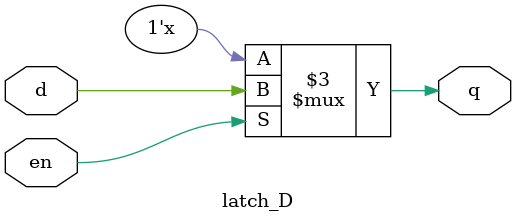
<source format=sv>
module latch_D (d,en,q);
    input d,en;
    output q;
    reg q,noq;
    always @(d or en) begin
        if (en)
            q = d;
        else
            q = q;
    end
endmodule
</source>
